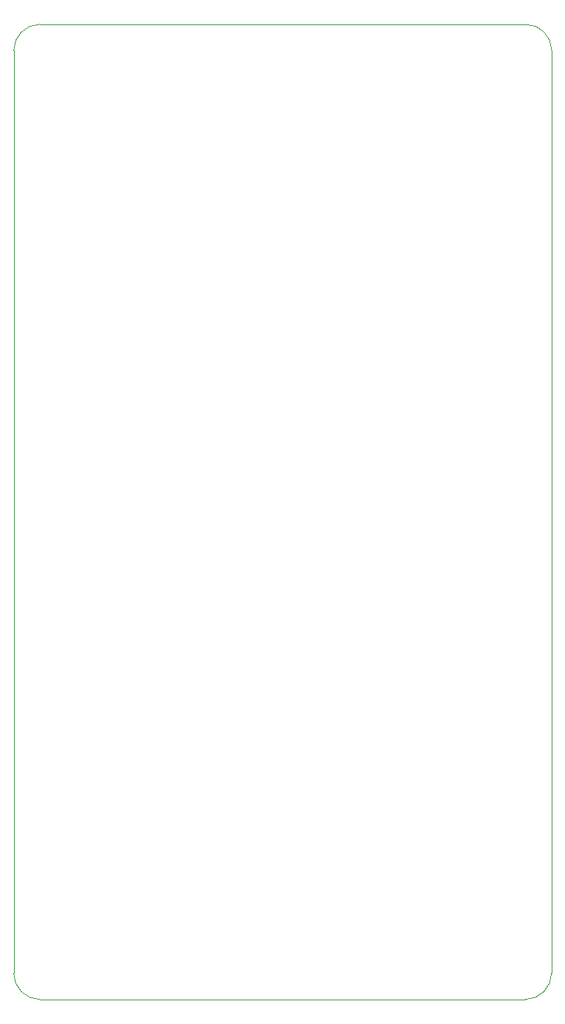
<source format=gbr>
%TF.GenerationSoftware,KiCad,Pcbnew,8.0.8*%
%TF.CreationDate,2025-03-09T10:35:25-07:00*%
%TF.ProjectId,ground-receiver,67726f75-6e64-42d7-9265-636569766572,rev?*%
%TF.SameCoordinates,Original*%
%TF.FileFunction,Profile,NP*%
%FSLAX46Y46*%
G04 Gerber Fmt 4.6, Leading zero omitted, Abs format (unit mm)*
G04 Created by KiCad (PCBNEW 8.0.8) date 2025-03-09 10:35:25*
%MOMM*%
%LPD*%
G01*
G04 APERTURE LIST*
%TA.AperFunction,Profile*%
%ADD10C,0.050000*%
%TD*%
G04 APERTURE END LIST*
D10*
X109099999Y-66521319D02*
G75*
G02*
X112099999Y-63521299I3000001J19D01*
G01*
X170678680Y-172100000D02*
X170700001Y-66521319D01*
X112100000Y-175100000D02*
G75*
G02*
X109100000Y-172100000I0J3000000D01*
G01*
X112100000Y-175100000D02*
X167678680Y-175100000D01*
X167700001Y-63521319D02*
X112099999Y-63521319D01*
X109099999Y-66521319D02*
X109100000Y-172100000D01*
X170678680Y-172100000D02*
G75*
G02*
X167678680Y-175099980I-2999980J0D01*
G01*
X167700001Y-63521319D02*
G75*
G02*
X170699981Y-66521319I-1J-2999981D01*
G01*
M02*

</source>
